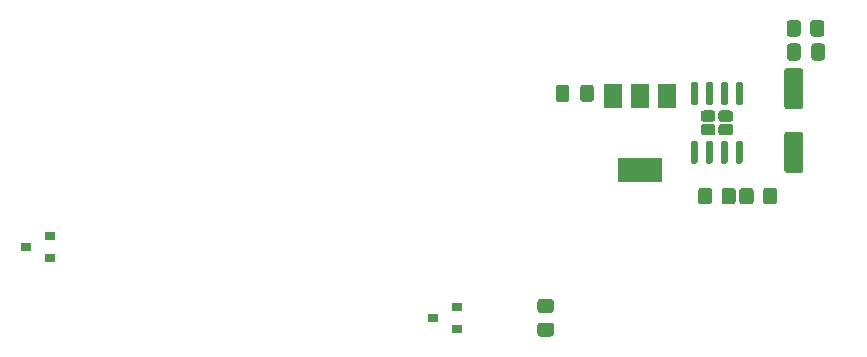
<source format=gtp>
G04 #@! TF.GenerationSoftware,KiCad,Pcbnew,(5.1.9)-1*
G04 #@! TF.CreationDate,2021-05-18T22:57:50-05:00*
G04 #@! TF.ProjectId,BoilerBot,426f696c-6572-4426-9f74-2e6b69636164,rev?*
G04 #@! TF.SameCoordinates,Original*
G04 #@! TF.FileFunction,Paste,Top*
G04 #@! TF.FilePolarity,Positive*
%FSLAX46Y46*%
G04 Gerber Fmt 4.6, Leading zero omitted, Abs format (unit mm)*
G04 Created by KiCad (PCBNEW (5.1.9)-1) date 2021-05-18 22:57:50*
%MOMM*%
%LPD*%
G01*
G04 APERTURE LIST*
%ADD10R,1.500000X2.000000*%
%ADD11R,3.800000X2.000000*%
%ADD12R,0.900000X0.800000*%
G04 APERTURE END LIST*
G36*
G01*
X152950000Y-62750000D02*
X154050000Y-62750000D01*
G75*
G02*
X154300000Y-63000000I0J-250000D01*
G01*
X154300000Y-66000000D01*
G75*
G02*
X154050000Y-66250000I-250000J0D01*
G01*
X152950000Y-66250000D01*
G75*
G02*
X152700000Y-66000000I0J250000D01*
G01*
X152700000Y-63000000D01*
G75*
G02*
X152950000Y-62750000I250000J0D01*
G01*
G37*
G36*
G01*
X152950000Y-57350000D02*
X154050000Y-57350000D01*
G75*
G02*
X154300000Y-57600000I0J-250000D01*
G01*
X154300000Y-60600000D01*
G75*
G02*
X154050000Y-60850000I-250000J0D01*
G01*
X152950000Y-60850000D01*
G75*
G02*
X152700000Y-60600000I0J250000D01*
G01*
X152700000Y-57600000D01*
G75*
G02*
X152950000Y-57350000I250000J0D01*
G01*
G37*
G36*
G01*
X148135000Y-61910000D02*
X147365000Y-61910000D01*
G75*
G02*
X147125000Y-61670000I0J240000D01*
G01*
X147125000Y-61190000D01*
G75*
G02*
X147365000Y-60950000I240000J0D01*
G01*
X148135000Y-60950000D01*
G75*
G02*
X148375000Y-61190000I0J-240000D01*
G01*
X148375000Y-61670000D01*
G75*
G02*
X148135000Y-61910000I-240000J0D01*
G01*
G37*
G36*
G01*
X146635000Y-61910000D02*
X145865000Y-61910000D01*
G75*
G02*
X145625000Y-61670000I0J240000D01*
G01*
X145625000Y-61190000D01*
G75*
G02*
X145865000Y-60950000I240000J0D01*
G01*
X146635000Y-60950000D01*
G75*
G02*
X146875000Y-61190000I0J-240000D01*
G01*
X146875000Y-61670000D01*
G75*
G02*
X146635000Y-61910000I-240000J0D01*
G01*
G37*
G36*
G01*
X148135000Y-63050000D02*
X147365000Y-63050000D01*
G75*
G02*
X147125000Y-62810000I0J240000D01*
G01*
X147125000Y-62330000D01*
G75*
G02*
X147365000Y-62090000I240000J0D01*
G01*
X148135000Y-62090000D01*
G75*
G02*
X148375000Y-62330000I0J-240000D01*
G01*
X148375000Y-62810000D01*
G75*
G02*
X148135000Y-63050000I-240000J0D01*
G01*
G37*
G36*
G01*
X146635000Y-63050000D02*
X145865000Y-63050000D01*
G75*
G02*
X145625000Y-62810000I0J240000D01*
G01*
X145625000Y-62330000D01*
G75*
G02*
X145865000Y-62090000I240000J0D01*
G01*
X146635000Y-62090000D01*
G75*
G02*
X146875000Y-62330000I0J-240000D01*
G01*
X146875000Y-62810000D01*
G75*
G02*
X146635000Y-63050000I-240000J0D01*
G01*
G37*
G36*
G01*
X145245000Y-60500000D02*
X144945000Y-60500000D01*
G75*
G02*
X144795000Y-60350000I0J150000D01*
G01*
X144795000Y-58700000D01*
G75*
G02*
X144945000Y-58550000I150000J0D01*
G01*
X145245000Y-58550000D01*
G75*
G02*
X145395000Y-58700000I0J-150000D01*
G01*
X145395000Y-60350000D01*
G75*
G02*
X145245000Y-60500000I-150000J0D01*
G01*
G37*
G36*
G01*
X146515000Y-60500000D02*
X146215000Y-60500000D01*
G75*
G02*
X146065000Y-60350000I0J150000D01*
G01*
X146065000Y-58700000D01*
G75*
G02*
X146215000Y-58550000I150000J0D01*
G01*
X146515000Y-58550000D01*
G75*
G02*
X146665000Y-58700000I0J-150000D01*
G01*
X146665000Y-60350000D01*
G75*
G02*
X146515000Y-60500000I-150000J0D01*
G01*
G37*
G36*
G01*
X147785000Y-60500000D02*
X147485000Y-60500000D01*
G75*
G02*
X147335000Y-60350000I0J150000D01*
G01*
X147335000Y-58700000D01*
G75*
G02*
X147485000Y-58550000I150000J0D01*
G01*
X147785000Y-58550000D01*
G75*
G02*
X147935000Y-58700000I0J-150000D01*
G01*
X147935000Y-60350000D01*
G75*
G02*
X147785000Y-60500000I-150000J0D01*
G01*
G37*
G36*
G01*
X149055000Y-60500000D02*
X148755000Y-60500000D01*
G75*
G02*
X148605000Y-60350000I0J150000D01*
G01*
X148605000Y-58700000D01*
G75*
G02*
X148755000Y-58550000I150000J0D01*
G01*
X149055000Y-58550000D01*
G75*
G02*
X149205000Y-58700000I0J-150000D01*
G01*
X149205000Y-60350000D01*
G75*
G02*
X149055000Y-60500000I-150000J0D01*
G01*
G37*
G36*
G01*
X149055000Y-65450000D02*
X148755000Y-65450000D01*
G75*
G02*
X148605000Y-65300000I0J150000D01*
G01*
X148605000Y-63650000D01*
G75*
G02*
X148755000Y-63500000I150000J0D01*
G01*
X149055000Y-63500000D01*
G75*
G02*
X149205000Y-63650000I0J-150000D01*
G01*
X149205000Y-65300000D01*
G75*
G02*
X149055000Y-65450000I-150000J0D01*
G01*
G37*
G36*
G01*
X147785000Y-65450000D02*
X147485000Y-65450000D01*
G75*
G02*
X147335000Y-65300000I0J150000D01*
G01*
X147335000Y-63650000D01*
G75*
G02*
X147485000Y-63500000I150000J0D01*
G01*
X147785000Y-63500000D01*
G75*
G02*
X147935000Y-63650000I0J-150000D01*
G01*
X147935000Y-65300000D01*
G75*
G02*
X147785000Y-65450000I-150000J0D01*
G01*
G37*
G36*
G01*
X146515000Y-65450000D02*
X146215000Y-65450000D01*
G75*
G02*
X146065000Y-65300000I0J150000D01*
G01*
X146065000Y-63650000D01*
G75*
G02*
X146215000Y-63500000I150000J0D01*
G01*
X146515000Y-63500000D01*
G75*
G02*
X146665000Y-63650000I0J-150000D01*
G01*
X146665000Y-65300000D01*
G75*
G02*
X146515000Y-65450000I-150000J0D01*
G01*
G37*
G36*
G01*
X145245000Y-65450000D02*
X144945000Y-65450000D01*
G75*
G02*
X144795000Y-65300000I0J150000D01*
G01*
X144795000Y-63650000D01*
G75*
G02*
X144945000Y-63500000I150000J0D01*
G01*
X145245000Y-63500000D01*
G75*
G02*
X145395000Y-63650000I0J-150000D01*
G01*
X145395000Y-65300000D01*
G75*
G02*
X145245000Y-65450000I-150000J0D01*
G01*
G37*
D10*
X142800000Y-59700000D03*
X138200000Y-59700000D03*
X140500000Y-59700000D03*
D11*
X140500000Y-66000000D03*
G36*
G01*
X132049999Y-78900000D02*
X132950001Y-78900000D01*
G75*
G02*
X133200000Y-79149999I0J-249999D01*
G01*
X133200000Y-79850001D01*
G75*
G02*
X132950001Y-80100000I-249999J0D01*
G01*
X132049999Y-80100000D01*
G75*
G02*
X131800000Y-79850001I0J249999D01*
G01*
X131800000Y-79149999D01*
G75*
G02*
X132049999Y-78900000I249999J0D01*
G01*
G37*
G36*
G01*
X132049999Y-76900000D02*
X132950001Y-76900000D01*
G75*
G02*
X133200000Y-77149999I0J-249999D01*
G01*
X133200000Y-77850001D01*
G75*
G02*
X132950001Y-78100000I-249999J0D01*
G01*
X132049999Y-78100000D01*
G75*
G02*
X131800000Y-77850001I0J249999D01*
G01*
X131800000Y-77149999D01*
G75*
G02*
X132049999Y-76900000I249999J0D01*
G01*
G37*
G36*
G01*
X154900000Y-54450001D02*
X154900000Y-53549999D01*
G75*
G02*
X155149999Y-53300000I249999J0D01*
G01*
X155850001Y-53300000D01*
G75*
G02*
X156100000Y-53549999I0J-249999D01*
G01*
X156100000Y-54450001D01*
G75*
G02*
X155850001Y-54700000I-249999J0D01*
G01*
X155149999Y-54700000D01*
G75*
G02*
X154900000Y-54450001I0J249999D01*
G01*
G37*
G36*
G01*
X152900000Y-54450001D02*
X152900000Y-53549999D01*
G75*
G02*
X153149999Y-53300000I249999J0D01*
G01*
X153850001Y-53300000D01*
G75*
G02*
X154100000Y-53549999I0J-249999D01*
G01*
X154100000Y-54450001D01*
G75*
G02*
X153850001Y-54700000I-249999J0D01*
G01*
X153149999Y-54700000D01*
G75*
G02*
X152900000Y-54450001I0J249999D01*
G01*
G37*
G36*
G01*
X146600000Y-67748999D02*
X146600000Y-68649001D01*
G75*
G02*
X146350001Y-68899000I-249999J0D01*
G01*
X145649999Y-68899000D01*
G75*
G02*
X145400000Y-68649001I0J249999D01*
G01*
X145400000Y-67748999D01*
G75*
G02*
X145649999Y-67499000I249999J0D01*
G01*
X146350001Y-67499000D01*
G75*
G02*
X146600000Y-67748999I0J-249999D01*
G01*
G37*
G36*
G01*
X148600000Y-67748999D02*
X148600000Y-68649001D01*
G75*
G02*
X148350001Y-68899000I-249999J0D01*
G01*
X147649999Y-68899000D01*
G75*
G02*
X147400000Y-68649001I0J249999D01*
G01*
X147400000Y-67748999D01*
G75*
G02*
X147649999Y-67499000I249999J0D01*
G01*
X148350001Y-67499000D01*
G75*
G02*
X148600000Y-67748999I0J-249999D01*
G01*
G37*
G36*
G01*
X150100000Y-67748999D02*
X150100000Y-68649001D01*
G75*
G02*
X149850001Y-68899000I-249999J0D01*
G01*
X149149999Y-68899000D01*
G75*
G02*
X148900000Y-68649001I0J249999D01*
G01*
X148900000Y-67748999D01*
G75*
G02*
X149149999Y-67499000I249999J0D01*
G01*
X149850001Y-67499000D01*
G75*
G02*
X150100000Y-67748999I0J-249999D01*
G01*
G37*
G36*
G01*
X152100000Y-67748999D02*
X152100000Y-68649001D01*
G75*
G02*
X151850001Y-68899000I-249999J0D01*
G01*
X151149999Y-68899000D01*
G75*
G02*
X150900000Y-68649001I0J249999D01*
G01*
X150900000Y-67748999D01*
G75*
G02*
X151149999Y-67499000I249999J0D01*
G01*
X151850001Y-67499000D01*
G75*
G02*
X152100000Y-67748999I0J-249999D01*
G01*
G37*
D12*
X88500000Y-72500000D03*
X90500000Y-71550000D03*
X90500000Y-73450000D03*
X123000000Y-78500000D03*
X125000000Y-77550000D03*
X125000000Y-79450000D03*
G36*
G01*
X154987500Y-56475000D02*
X154987500Y-55525000D01*
G75*
G02*
X155237500Y-55275000I250000J0D01*
G01*
X155912500Y-55275000D01*
G75*
G02*
X156162500Y-55525000I0J-250000D01*
G01*
X156162500Y-56475000D01*
G75*
G02*
X155912500Y-56725000I-250000J0D01*
G01*
X155237500Y-56725000D01*
G75*
G02*
X154987500Y-56475000I0J250000D01*
G01*
G37*
G36*
G01*
X152912500Y-56475000D02*
X152912500Y-55525000D01*
G75*
G02*
X153162500Y-55275000I250000J0D01*
G01*
X153837500Y-55275000D01*
G75*
G02*
X154087500Y-55525000I0J-250000D01*
G01*
X154087500Y-56475000D01*
G75*
G02*
X153837500Y-56725000I-250000J0D01*
G01*
X153162500Y-56725000D01*
G75*
G02*
X152912500Y-56475000I0J250000D01*
G01*
G37*
G36*
G01*
X134512500Y-59025000D02*
X134512500Y-59975000D01*
G75*
G02*
X134262500Y-60225000I-250000J0D01*
G01*
X133587500Y-60225000D01*
G75*
G02*
X133337500Y-59975000I0J250000D01*
G01*
X133337500Y-59025000D01*
G75*
G02*
X133587500Y-58775000I250000J0D01*
G01*
X134262500Y-58775000D01*
G75*
G02*
X134512500Y-59025000I0J-250000D01*
G01*
G37*
G36*
G01*
X136587500Y-59025000D02*
X136587500Y-59975000D01*
G75*
G02*
X136337500Y-60225000I-250000J0D01*
G01*
X135662500Y-60225000D01*
G75*
G02*
X135412500Y-59975000I0J250000D01*
G01*
X135412500Y-59025000D01*
G75*
G02*
X135662500Y-58775000I250000J0D01*
G01*
X136337500Y-58775000D01*
G75*
G02*
X136587500Y-59025000I0J-250000D01*
G01*
G37*
M02*

</source>
